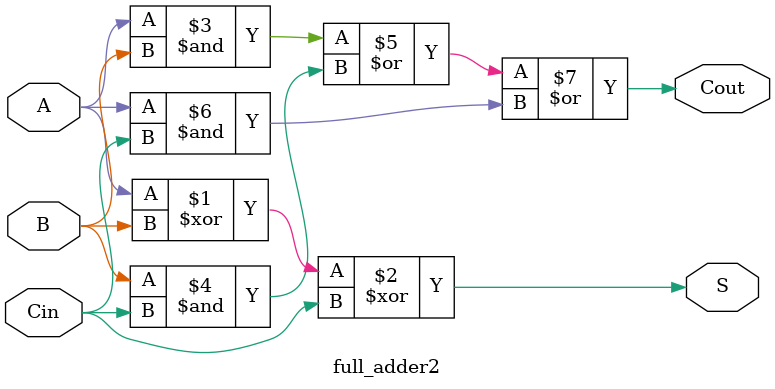
<source format=sv>
module carry_select_adder
(
    input   logic[15:0]     A,
    input   logic[15:0]     B,
    output  logic[15:0]     Sum,
    output  logic           CO
);

    /* TODO
     *
     * InSert code here to implement a carry Select.
     * Your code Should be completly combinational (don't uSe alwayS_ff or alwayS_latch).
     * Feel free to create Sub-moduleS or other fileS. */
	 

	 logic C8_0, C12_0, Cout_0; // Carry-outs from 4-bit ra of those whose carry-in=0
	 logic C8_1, C12_1, Cout_1; // Carry-outs from 4-bit ra of those whose carry-in=1
	 logic C4, C8, C12; // real carry-out bits
	 logic [15:0]Sum_0; // Sum from 4-bit ra of those whose carry-in=0
	 logic [15:0]Sum_1; // Sum from 4-bit ra of those whose carry-in=0
	 
	 // Compute results with carryin equals 0
	 four_bit_ra2 FRA0_0(.A(A[3 : 0]), .B(B[3 : 0]), .Cin(0), .S(Sum_0[3 : 0]), .Cout(C4));
    four_bit_ra2 FRA1_0(.A(A[7 : 4]), .B(B[7 : 4]), .Cin(0), .S(Sum_0[7 : 4]), .Cout(C8_0));
	 four_bit_ra2 FRA2_0(.A(A[11: 8]), .B(B[11: 8]), .Cin(0), .S(Sum_0[11: 8]), .Cout(C12_0));
	 four_bit_ra2 FRA3_0(.A(A[15:12]), .B(B[15:12]), .Cin(0), .S(Sum_0[15:12]), .Cout(CO_0));
	  
	 // Compute results with carryin equals 1
    four_bit_ra2 FRA1_1(.A(A[7 : 4]), .B(B[7 : 4]), .Cin(1), .S(Sum_1[7 : 4]), .Cout(C8_1));
	 four_bit_ra2 FRA2_1(.A(A[11: 8]), .B(B[11: 8]), .Cin(1), .S(Sum_1[11: 8]), .Cout(C12_1));
	 four_bit_ra2 FRA3_1(.A(A[15:12]), .B(B[15:12]), .Cin(1), .S(Sum_1[15:12]), .Cout(CO_1));
	 
	 // Calculating real carry out bits from each adder
	 assign C8  = (C4 & C8_1) | C8_0;
	 assign C12 = (C8 & C12_1)| C12_0;
	 assign CO  = (C12& CO_1) | CO_0;
	 
	 // Based on the calculated carry out above, choose the right results, which are precalculated. 
	 four_bit_mux select_unit0(.A(Sum_0[3 : 0]), .B(Sum_1[3 : 0]), .Cin(0  ), .S(Sum[3 : 0]));
	 four_bit_mux select_unit1(.A(Sum_0[7 : 4]), .B(Sum_1[7 : 4]), .Cin(C4 ), .S(Sum[7 : 4]));
	 four_bit_mux select_unit2(.A(Sum_0[11: 8]), .B(Sum_1[11: 8]), .Cin(C8 ), .S(Sum[11: 8]));
	 four_bit_mux select_unit3(.A(Sum_0[15:12]), .B(Sum_1[15:12]), .Cin(C12), .S(Sum[15:12]));
	 
endmodule


// Declare a 4-bit mux module that takes two 4-bit inputs(A and B)
// Carry-in(Cin) behaves like a select bit
// The selected results are placed in S
module four_bit_mux(
						input  [3:0] A,
						input  [3:0] B,
						input  Cin,
						output logic [3:0] S
						);

	// Declare a if statement that behaves like a mux
	always_comb
	begin 
		if(Cin)
			S[3:0] = B[3:0]; // Set output(S) to input B if Cin is 1
		else
			S[3:0] = A[3:0]; // Set output(S) to input A if Cin is 0
	end
	
endmodule


// 4-bit ripple adder that takes two 4-bit inputs(A and B) and add them
// Carry-in is stored in Cin
// Carry-out is stored in Cout
// Sum is stored in S
module four_bit_ra2(
						 input [3:0] A,
						 input [3:0] B,
						 input Cin,
						 output logic [3:0] S,
						 output logic Cout
						 );
						 
	// Declare Variables to stores carry outs which are used by the next full-adder carry-ins
	logic C0, C1, C2;
	
	// Use a full-adder to generate a 4-bit ripple adder
	full_adder2 fa0(.A(A[0]), .B(B[0]), .Cin(Cin), .S(S[0]), .Cout(C0  ));
	full_adder2 fa1(.A(A[1]), .B(B[1]), .Cin(C0 ), .S(S[1]), .Cout(C1  ));
	full_adder2 fa2(.A(A[2]), .B(B[2]), .Cin(C1 ), .S(S[2]), .Cout(C2  ));
	full_adder2 fa3(.A(A[3]), .B(B[3]), .Cin(C2 ), .S(S[3]), .Cout(Cout));
	
endmodule 


// Declare a full-adder module that takes two 1-bit inputs(A and B) and add them together
// Carry in bit is stored in Cin
// Carry out bit is stored in Cout
// Sum of the two inputs are stored in S
module full_adder2(
						input A,
						input B,
						input Cin,
						output logic S,
						output logic Cout
                  );
	
	// Calculating the sum based on the two inputs and the carry in bit
	assign S    = A^B^Cin;
	// Calculating the Carry out bit from the two inputs and the carry in bit
	assign Cout = (A&B) | (B&Cin) | (A&Cin);

	
endmodule 

</source>
